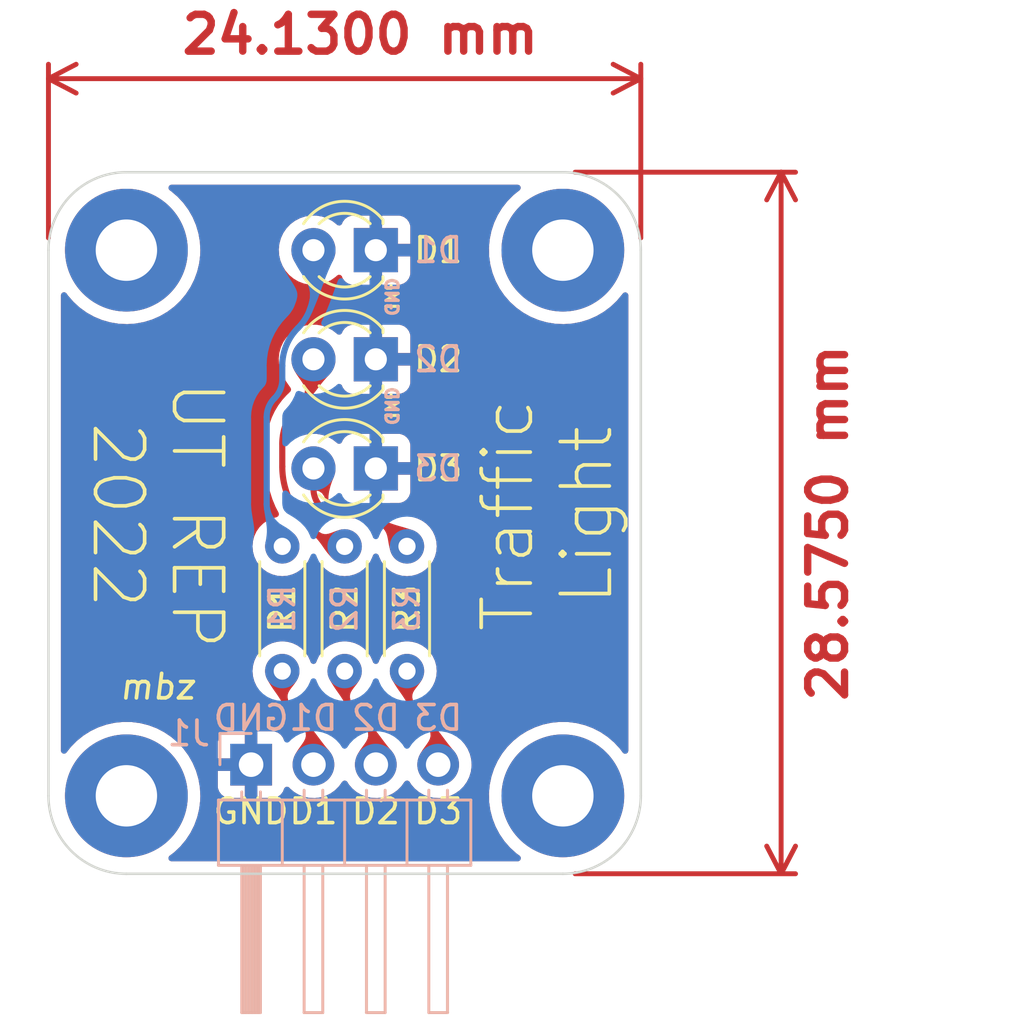
<source format=kicad_pcb>
(kicad_pcb (version 20211014) (generator pcbnew)
  (layers (0 "F.Cu" signal) (31 "B.Cu" signal) (34 "B.Paste" user) (35 "F.Paste" user) (36 "B.SilkS" user "B.Silkscreen") (37 "F.SilkS" user "F.Silkscreen") (38 "B.Mask" user) (39 "F.Mask" user) (44 "Edge.Cuts" user))
  (net 0 "")
  (net 1 "Net-(D1-Pad1)")
  (net 2 "Net-(D1-Pad2)")
  (net 3 "Net-(D2-Pad2)")
  (net 4 "Net-(D3-Pad2)")
  (net 5 "Net-(J1-Pad2)")
  (net 6 "Net-(J1-Pad3)")
  (net 7 "Net-(J1-Pad4)")
  (footprint "Resistor_THT:R_Axial_DIN0204_L3.6mm_D1.6mm_P5.08mm_Horizontal" (layer "F.Cu") (at 151.13 104.14 90)
    (fp_text reference "R3" (at 2.54 0 90) (layer "F.SilkS"))
    (fp_text value "R")
    (fp_text user "${REFERENCE}" (at 2.54 0 90) (layer "B.SilkS") (effects (justify mirror)))
    (fp_line (start 0.62 -0.92) (end 4.46 -0.92) (layer "F.SilkS") (width 0.12))
    (fp_line (start 0.62 0.92) (end 4.46 0.92) (layer "F.SilkS") (width 0.12))
    (pad "1" thru_hole circle (at 0 0 90) (size 1.4 1.4) (drill 0.7) (layers *.Cu *.Mask) (net 7 "Net-(J1-Pad4)"))
    (pad "2" thru_hole oval (at 5.08 0 90) (size 1.4 1.4) (drill 0.7) (layers *.Cu *.Mask) (net 4 "Net-(D3-Pad2)"))
  )
  (footprint "MountingHole:MountingHole_2.5mm_Pad" (layer "F.Cu") (at 157.48 86.995)
    (fp_text reference "H4" (at 0 0) (layer "F.SilkS"))
    (fp_text value "MountingHole")
    (pad "1" thru_hole circle (at 0 0) (size 5 5) (drill 2.5) (layers *.Cu *.Mask))
  )
  (footprint "MountingHole:MountingHole_2.5mm_Pad" (layer "F.Cu") (at 139.7 86.995)
    (fp_text reference "H3" (at 0 0) (layer "F.SilkS"))
    (fp_text value "MountingHole")
    (pad "1" thru_hole circle (at 0 0) (size 5 5) (drill 2.5) (layers *.Cu *.Mask))
  )
  (footprint "LED_THT:LED_D3.0mm" (layer "F.Cu") (at 149.86 95.885 180)
    (fp_text reference "D3" (at -2.54 0) (layer "F.SilkS"))
    (fp_text value "LED")
    (fp_text user "${REFERENCE}" (at -2.54 0) (layer "B.SilkS") (effects (justify mirror)))
    (fp_line (start -0.29 1.08) (end -0.29 1.236) (layer "F.SilkS") (width 0.12))
    (fp_line (start -0.29 -1.236) (end -0.29 -1.08) (layer "F.SilkS") (width 0.12))
    (fp_arc (start 2.31113 1.079837) (mid 1.270117 1.5) (end 0.229039 1.08) (layer "F.SilkS") (width 0.12))
    (fp_arc (start -0.29 -1.235516) (mid 1.366487 -1.987659) (end 2.942335 -1.078608) (layer "F.SilkS") (width 0.12))
    (fp_arc (start 0.229039 -1.08) (mid 1.270117 -1.5) (end 2.31113 -1.079837) (layer "F.SilkS") (width 0.12))
    (fp_arc (start 2.942335 1.078608) (mid 1.366487 1.987659) (end -0.29 1.235516) (layer "F.SilkS") (width 0.12))
    (pad "1" thru_hole rect (at 0 0 180) (size 1.8 1.8) (drill 0.9) (layers *.Cu *.Mask) (net 1 "Net-(D1-Pad1)"))
    (pad "2" thru_hole circle (at 2.54 0 180) (size 1.8 1.8) (drill 0.9) (layers *.Cu *.Mask) (net 4 "Net-(D3-Pad2)"))
  )
  (footprint "LED_THT:LED_D3.0mm" (layer "F.Cu") (at 149.86 91.44 180)
    (fp_text reference "D2" (at -2.54 0) (layer "B.SilkS") (effects (justify mirror)))
    (fp_text value "LED")
    (fp_text user "${REFERENCE}" (at -2.54 0) (layer "F.SilkS"))
    (fp_line (start -0.29 -1.236) (end -0.29 -1.08) (layer "F.SilkS") (width 0.12))
    (fp_line (start -0.29 1.08) (end -0.29 1.236) (layer "F.SilkS") (width 0.12))
    (fp_arc (start -0.29 -1.235516) (mid 1.366487 -1.987659) (end 2.942335 -1.078608) (layer "F.SilkS") (width 0.12))
    (fp_arc (start 2.31113 1.079837) (mid 1.270117 1.5) (end 0.229039 1.08) (layer "F.SilkS") (width 0.12))
    (fp_arc (start 0.229039 -1.08) (mid 1.270117 -1.5) (end 2.31113 -1.079837) (layer "F.SilkS") (width 0.12))
    (fp_arc (start 2.942335 1.078608) (mid 1.366487 1.987659) (end -0.29 1.235516) (layer "F.SilkS") (width 0.12))
    (pad "1" thru_hole rect (at 0 0 180) (size 1.8 1.8) (drill 0.9) (layers *.Cu *.Mask) (net 1 "Net-(D1-Pad1)"))
    (pad "2" thru_hole circle (at 2.54 0 180) (size 1.8 1.8) (drill 0.9) (layers *.Cu *.Mask) (net 3 "Net-(D2-Pad2)"))
  )
  (footprint "Resistor_THT:R_Axial_DIN0204_L3.6mm_D1.6mm_P5.08mm_Horizontal" (layer "F.Cu") (at 148.59 104.14 90)
    (fp_text reference "R2" (at 2.54 0 90) (layer "F.SilkS"))
    (fp_text value "R")
    (fp_text user "${REFERENCE}" (at 2.54 0 90) (layer "B.SilkS") (effects (justify mirror)))
    (fp_line (start 0.62 0.92) (end 4.46 0.92) (layer "F.SilkS") (width 0.12))
    (fp_line (start 0.62 -0.92) (end 4.46 -0.92) (layer "F.SilkS") (width 0.12))
    (pad "1" thru_hole circle (at 0 0 90) (size 1.4 1.4) (drill 0.7) (layers *.Cu *.Mask) (net 6 "Net-(J1-Pad3)"))
    (pad "2" thru_hole oval (at 5.08 0 90) (size 1.4 1.4) (drill 0.7) (layers *.Cu *.Mask) (net 3 "Net-(D2-Pad2)"))
  )
  (footprint "MountingHole:MountingHole_2.5mm_Pad" (layer "F.Cu") (at 139.7 109.22)
    (fp_text reference "H2" (at 0 0) (layer "F.SilkS"))
    (fp_text value "MountingHole")
    (pad "1" thru_hole circle (at 0 0) (size 5 5) (drill 2.5) (layers *.Cu *.Mask))
  )
  (footprint "MountingHole:MountingHole_2.5mm_Pad" (layer "F.Cu") (at 157.48 109.22)
    (fp_text reference "H1" (at 0 0) (layer "F.SilkS"))
    (fp_text value "MountingHole")
    (pad "1" thru_hole circle (at 0 0) (size 5 5) (drill 2.5) (layers *.Cu *.Mask))
  )
  (footprint "Resistor_THT:R_Axial_DIN0204_L3.6mm_D1.6mm_P5.08mm_Horizontal" (layer "F.Cu") (at 146.05 104.14 90)
    (fp_text reference "R1" (at 2.54 0 90) (layer "F.SilkS"))
    (fp_text value "R")
    (fp_text user "${REFERENCE}" (at 2.54 0 90) (layer "B.SilkS") (effects (justify mirror)))
    (fp_line (start 0.62 -0.92) (end 4.46 -0.92) (layer "F.SilkS") (width 0.12))
    (fp_line (start 0.62 0.92) (end 4.46 0.92) (layer "F.SilkS") (width 0.12))
    (pad "1" thru_hole circle (at 0 0 90) (size 1.4 1.4) (drill 0.7) (layers *.Cu *.Mask) (net 5 "Net-(J1-Pad2)"))
    (pad "2" thru_hole oval (at 5.08 0 90) (size 1.4 1.4) (drill 0.7) (layers *.Cu *.Mask) (net 2 "Net-(D1-Pad2)"))
  )
  (footprint "LED_THT:LED_D3.0mm" (layer "F.Cu") (at 149.86 86.995 180)
    (fp_text reference "D1" (at -2.54 0) (layer "F.SilkS"))
    (fp_text value "LED")
    (fp_text user "${REFERENCE}" (at -2.54 0) (layer "B.SilkS") (effects (justify mirror)))
    (fp_line (start -0.29 1.08) (end -0.29 1.236) (layer "F.SilkS") (width 0.12))
    (fp_line (start -0.29 -1.236) (end -0.29 -1.08) (layer "F.SilkS") (width 0.12))
    (fp_arc (start 2.31113 1.079837) (mid 1.270117 1.5) (end 0.229039 1.08) (layer "F.SilkS") (width 0.12))
    (fp_arc (start 0.229039 -1.08) (mid 1.270117 -1.5) (end 2.31113 -1.079837) (layer "F.SilkS") (width 0.12))
    (fp_arc (start -0.29 -1.235516) (mid 1.366487 -1.987659) (end 2.942335 -1.078608) (layer "F.SilkS") (width 0.12))
    (fp_arc (start 2.942335 1.078608) (mid 1.366487 1.987659) (end -0.29 1.235516) (layer "F.SilkS") (width 0.12))
    (pad "1" thru_hole rect (at 0 0 180) (size 1.8 1.8) (drill 0.9) (layers *.Cu *.Mask) (net 1 "Net-(D1-Pad1)"))
    (pad "2" thru_hole circle (at 2.54 0 180) (size 1.8 1.8) (drill 0.9) (layers *.Cu *.Mask) (net 2 "Net-(D1-Pad2)"))
  )
  (footprint "Connector_PinHeader_2.54mm:PinHeader_1x04_P2.54mm_Horizontal" (layer "B.Cu") (at 144.78 107.95 -90)
    (fp_text reference "J1" (at -1.27 2.54 180) (layer "B.SilkS") (effects (justify mirror)))
    (fp_text value "Conn_01x04")
    (fp_line (start 1.042929 -4.7) (end 1.44 -4.7) (layer "B.SilkS") (width 0.12))
    (fp_line (start 1.042929 -2.16) (end 1.44 -2.16) (layer "B.SilkS") (width 0.12))
    (fp_line (start 4.1 0.32) (end 10.1 0.32) (layer "B.SilkS") (width 0.12))
    (fp_line (start 4.1 -0.04) (end 10.1 -0.04) (layer "B.SilkS") (width 0.12))
    (fp_line (start 4.1 0.08) (end 10.1 0.08) (layer "B.SilkS") (width 0.12))
    (fp_line (start 4.1 -0.28) (end 10.1 -0.28) (layer "B.SilkS") (width 0.12))
    (fp_line (start 10.1 -5.46) (end 4.1 -5.46) (layer "B.SilkS") (width 0.12))
    (fp_line (start 4.1 -7.24) (end 10.1 -7.24) (layer "B.SilkS") (width 0.12))
    (fp_line (start 4.1 -4.7) (end 10.1 -4.7) (layer "B.SilkS") (width 0.12))
    (fp_line (start 4.1 1.33) (end 1.44 1.33) (layer "B.SilkS") (width 0.12))
    (fp_line (start 1.44 -3.81) (end 4.1 -3.81) (layer "B.SilkS") (width 0.12))
    (fp_line (start 10.1 -0.38) (end 4.1 -0.38) (layer "B.SilkS") (width 0.12))
    (fp_line (start 1.11 0.38) (end 1.44 0.38) (layer "B.SilkS") (width 0.12))
    (fp_line (start 1.44 1.33) (end 1.44 -8.95) (layer "B.SilkS") (width 0.12))
    (fp_line (start 1.11 -0.38) (end 1.44 -0.38) (layer "B.SilkS") (width 0.12))
    (fp_line (start 10.1 -2.16) (end 10.1 -2.92) (layer "B.SilkS") (width 0.12))
    (fp_line (start 4.1 -0.16) (end 10.1 -0.16) (layer "B.SilkS") (width 0.12))
    (fp_line (start -1.27 0) (end -1.27 1.27) (layer "B.SilkS") (width 0.12))
    (fp_line (start 4.1 -8.95) (end 4.1 1.33) (layer "B.SilkS") (width 0.12))
    (fp_line (start 4.1 -2.16) (end 10.1 -2.16) (layer "B.SilkS") (width 0.12))
    (fp_line (start 1.042929 -2.92) (end 1.44 -2.92) (layer "B.SilkS") (width 0.12))
    (fp_line (start 1.44 -6.35) (end 4.1 -6.35) (layer "B.SilkS") (width 0.12))
    (fp_line (start 1.042929 -7.24) (end 1.44 -7.24) (layer "B.SilkS") (width 0.12))
    (fp_line (start 1.44 -1.27) (end 4.1 -1.27) (layer "B.SilkS") (width 0.12))
    (fp_line (start -1.27 1.27) (end 0 1.27) (layer "B.SilkS") (width 0.12))
    (fp_line (start 4.1 0.2) (end 10.1 0.2) (layer "B.SilkS") (width 0.12))
    (fp_line (start 10.1 0.38) (end 10.1 -0.38) (layer "B.SilkS") (width 0.12))
    (fp_line (start 1.042929 -5.46) (end 1.44 -5.46) (layer "B.SilkS") (width 0.12))
    (fp_line (start 1.042929 -8) (end 1.44 -8) (layer "B.SilkS") (width 0.12))
    (fp_line (start 10.1 -7.24) (end 10.1 -8) (layer "B.SilkS") (width 0.12))
    (fp_line (start 10.1 -2.92) (end 4.1 -2.92) (layer "B.SilkS") (width 0.12))
    (fp_line (start 4.1 0.38) (end 10.1 0.38) (layer "B.SilkS") (width 0.12))
    (fp_line (start 10.1 -4.7) (end 10.1 -5.46) (layer "B.SilkS") (width 0.12))
    (fp_line (start 10.1 -8) (end 4.1 -8) (layer "B.SilkS") (width 0.12))
    (fp_line (start 1.44 -8.95) (end 4.1 -8.95) (layer "B.SilkS") (width 0.12))
    (pad "1" thru_hole rect (at 0 0 270) (size 1.7 1.7) (drill 1) (layers *.Cu *.Mask) (net 1 "Net-(D1-Pad1)"))
    (pad "2" thru_hole oval (at 0 -2.54 270) (size 1.7 1.7) (drill 1) (layers *.Cu *.Mask) (net 5 "Net-(J1-Pad2)"))
    (pad "3" thru_hole oval (at 0 -5.08 270) (size 1.7 1.7) (drill 1) (layers *.Cu *.Mask) (net 6 "Net-(J1-Pad3)"))
    (pad "4" thru_hole oval (at 0 -7.62 270) (size 1.7 1.7) (drill 1) (layers *.Cu *.Mask) (net 7 "Net-(J1-Pad4)"))
  )
  (gr_arc (start 139.7 112.395) (mid 137.454936 111.465064) (end 136.525 109.22) (layer "Edge.Cuts") (width 0.1))
  (gr_arc (start 160.655 109.22) (mid 159.725064 111.465064) (end 157.48 112.395) (layer "Edge.Cuts") (width 0.1))
  (gr_arc (start 136.525 86.995) (mid 137.454936 84.749936) (end 139.7 83.82) (layer "Edge.Cuts") (width 0.1))
  (gr_arc (start 157.48 83.82) (mid 159.725064 84.749936) (end 160.655 86.995) (layer "Edge.Cuts") (width 0.1))
  (gr_line (start 157.48 112.395) (end 139.7 112.395) (layer "Edge.Cuts") (width 0.1))
  (gr_line (start 139.7 83.82) (end 157.48 83.82) (layer "Edge.Cuts") (width 0.1))
  (gr_line (start 160.655 109.22) (end 160.655 86.995) (layer "Edge.Cuts") (width 0.1))
  (gr_line (start 136.525 86.995) (end 136.525 109.22) (layer "Edge.Cuts") (width 0.1))
  (gr_text "D2" (at 149.86 106.045) (layer "B.SilkS") (effects (font (size 1 1)) (justify mirror)))
  (gr_text "GND" (at 144.78 106.045) (layer "B.SilkS") (effects (font (size 1 1)) (justify mirror)))
  (gr_text "GND" (at 150.495 93.345 270) (layer "B.SilkS") (effects (font (size 0.5 0.5) (thickness 0.125)) (justify mirror)))
  (gr_text "GND" (at 150.495 88.9 270) (layer "B.SilkS") (effects (font (size 0.5 0.5) (thickness 0.125)) (justify mirror)))
  (gr_text "D3" (at 152.4 106.045) (layer "B.SilkS") (effects (font (size 1 1)) (justify mirror)))
  (gr_text "D1" (at 147.32 106.045) (layer "B.SilkS") (effects (font (size 1 1)) (justify mirror)))
  (gr_text "GND" (at 144.78 109.855) (layer "F.SilkS") (effects (font (size 1 1))))
  (gr_text "D3" (at 152.4 109.855) (layer "F.SilkS") (effects (font (size 1 1))))
  (gr_text "GND" (at 150.495 93.345 270) (layer "F.SilkS") (effects (font (size 0.5 0.5) (thickness 0.125))))
  (gr_text "GND" (at 150.495 88.9 270) (layer "F.SilkS") (effects (font (size 0.5 0.5) (thickness 0.125))))
  (gr_text "D1" (at 147.32 109.855) (layer "F.SilkS") (effects (font (size 1 1))))
  (gr_text "UT REP\n2022" (at 140.97 97.79 270) (layer "F.SilkS") (effects (font (size 2 2))))
  (gr_text "mbz" (at 140.97 104.775) (layer "F.SilkS") (effects (font (size 1 1) (thickness 0.15) italic)))
  (gr_text "Traffic\nLight" (at 156.845 97.79 90) (layer "F.SilkS") (effects (font (size 2 2))))
  (gr_text "D2" (at 149.86 109.855) (layer "F.SilkS") (effects (font (size 1 1))))
  (dimension (type aligned) (layer "F.Cu") (pts (xy 160.655 86.995) (xy 136.525 86.995)) (height 6.984999) (gr_text "24.1300 mm" (at 149.225 78.210001) (layer "F.Cu") (effects (font (size 1.5 1.5) (thickness 0.3)))) (format (units 3) (units_format 1) (precision 4)) (style (thickness 0.2) (arrow_length 1.27) (text_position_mode 2) (extension_height 0.58642) (extension_offset 0.5) keep_text_aligned))
  (dimension (type aligned) (layer "F.Cu") (pts (xy 157.48 112.395) (xy 157.48 83.82)) (height 8.89) (gr_text "28.5750 mm" (at 168.275 98.1075 90) (layer "F.Cu") (effects (font (size 1.5 1.5) (thickness 0.3)))) (format (units 3) (units_format 1) (precision 4)) (style (thickness 0.2) (arrow_length 1.27) (text_position_mode 2) (extension_height 0.58642) (extension_offset 0.5) keep_text_aligned))
  (segment (start 145.415 97.340987) (end 145.415 93.794012) (width 0.25) (layer "B.Cu") (net 2))
  (segment (start 146.05 92.260987) (end 146.05 91.703025) (width 0.25) (layer "B.Cu") (net 2))
  (segment (start 146.05 98.7425) (end 146.05 99.06) (width 0.25) (layer "B.Cu") (net 2))
  (segment (start 147.32 88.636974) (end 147.32 86.995) (width 0.25) (layer "B.Cu") (net 2))
  (segment (start 145.7325 98.1075) (end 145.825493 98.200493) (width 0.25) (layer "B.Cu") (net 2))
  (arc (start 146.685 90.17) (mid 146.215031 90.873357) (end 146.05 91.703025) (width 0.25) (layer "B.Cu") (net 2))
  (arc (start 147.32 88.636974) (mid 147.154968 89.466641) (end 146.685 90.17) (width 0.25) (layer "B.Cu") (net 2))
  (arc (start 145.825493 98.200493) (mid 145.991652 98.449168) (end 146.05 98.7425) (width 0.25) (layer "B.Cu") (net 2))
  (arc (start 145.415 97.340987) (mid 145.497515 97.75582) (end 145.7325 98.1075) (width 0.25) (layer "B.Cu") (net 2))
  (arc (start 145.7325 93.0275) (mid 145.497515 93.379178) (end 145.415 93.794012) (width 0.25) (layer "B.Cu") (net 2))
  (arc (start 146.05 92.260987) (mid 145.967484 92.67582) (end 145.7325 93.0275) (width 0.25) (layer "B.Cu") (net 2))
  (segment (start 148.2725 99.06) (end 148.59 99.06) (width 0.25) (layer "F.Cu") (net 3))
  (segment (start 146.870987 93.159012) (end 146.685 93.345) (width 0.25) (layer "F.Cu") (net 3))
  (segment (start 147.0025 98.1075) (end 147.730493 98.835493) (width 0.25) (layer "F.Cu") (net 3))
  (segment (start 146.05 95.807961) (end 146.05 94.878025) (width 0.25) (layer "F.Cu") (net 3))
  (segment (start 147.32 92.075) (end 147.32 91.44) (width 0.25) (layer "F.Cu") (net 3))
  (arc (start 147.730493 98.835493) (mid 147.979168 99.001652) (end 148.2725 99.06) (width 0.25) (layer "F.Cu") (net 3))
  (arc (start 146.05 95.807961) (mid 146.297546 97.052462) (end 147.0025 98.1075) (width 0.25) (layer "F.Cu") (net 3))
  (arc (start 146.685 93.345) (mid 146.215031 94.048357) (end 146.05 94.878025) (width 0.25) (layer "F.Cu") (net 3))
  (arc (start 147.32 92.075) (mid 147.203305 92.661663) (end 146.870987 93.159012) (width 0.25) (layer "F.Cu") (net 3))
  (segment (start 150.495 98.425) (end 151.13 99.06) (width 0.25) (layer "F.Cu") (net 4))
  (segment (start 148.404012 97.79) (end 148.961974 97.79) (width 0.25) (layer "F.Cu") (net 4))
  (segment (start 147.32 96.705987) (end 147.32 95.885) (width 0.25) (layer "F.Cu") (net 4))
  (arc (start 147.6375 97.4725) (mid 147.989178 97.707484) (end 148.404012 97.79) (width 0.25) (layer "F.Cu") (net 4))
  (arc (start 147.32 96.705987) (mid 147.402515 97.12082) (end 147.6375 97.4725) (width 0.25) (layer "F.Cu") (net 4))
  (arc (start 150.495 98.425) (mid 149.791641 97.955031) (end 148.961974 97.79) (width 0.25) (layer "F.Cu") (net 4))
  (segment (start 146.870987 106.230987) (end 146.499012 105.859012) (width 0.25) (layer "F.Cu") (net 5))
  (segment (start 147.32 107.315) (end 147.32 107.95) (width 0.25) (layer "F.Cu") (net 5))
  (segment (start 146.05 104.775) (end 146.05 104.14) (width 0.25) (layer "F.Cu") (net 5))
  (arc (start 146.870987 106.230987) (mid 147.203305 106.728336) (end 147.32 107.315) (width 0.25) (layer "F.Cu") (net 5))
  (arc (start 146.05 104.775) (mid 146.166694 105.361663) (end 146.499012 105.859012) (width 0.25) (layer "F.Cu") (net 5))
  (segment (start 149.86 107.315) (end 149.86 107.95) (width 0.25) (layer "F.Cu") (net 6))
  (segment (start 149.410987 106.230987) (end 149.039012 105.859012) (width 0.25) (layer "F.Cu") (net 6))
  (segment (start 148.59 104.775) (end 148.59 104.14) (width 0.25) (layer "F.Cu") (net 6))
  (arc (start 149.410987 106.230987) (mid 149.743305 106.728336) (end 149.86 107.315) (width 0.25) (layer "F.Cu") (net 6))
  (arc (start 148.59 104.775) (mid 148.706694 105.361663) (end 149.039012 105.859012) (width 0.25) (layer "F.Cu") (net 6))
  (segment (start 151.950987 106.230987) (end 151.579012 105.859012) (width 0.25) (layer "F.Cu") (net 7))
  (segment (start 151.13 104.775) (end 151.13 104.14) (width 0.25) (layer "F.Cu") (net 7))
  (segment (start 152.4 107.315) (end 152.4 107.95) (width 0.25) (layer "F.Cu") (net 7))
  (arc (start 151.13 104.775) (mid 151.246694 105.361663) (end 151.579012 105.859012) (width 0.25) (layer "F.Cu") (net 7))
  (arc (start 151.950987 106.230987) (mid 152.283305 106.728336) (end 152.4 107.315) (width 0.25) (layer "F.Cu") (net 7))
  (zone (net 6) (net_name "Net-(J1-Pad3)") (layer "F.Cu") (priority 16962) (connect_pads yes (clearance 0)) (min_thickness 0.0254) (fill yes (thermal_gap 0.508) (thermal_bridge_width 0.508))
    (polygon (pts (xy 148.888907 105.45285) (xy 148.830101 105.321215) (xy 148.80569 105.206697) (xy 148.810491 105.10533) (xy 148.839321 105.013148) (xy 148.886998 104.926184) (xy 148.94834 104.840474) (xy 149.018165 104.752052) (xy 149.09129 104.656952) (xy 149.162533 104.551207) (xy 149.226712 104.430854) (xy 148.582117 103.790089) (xy 147.976461 104.476999) (xy 148.054077 104.613657) (xy 148.12389 104.728138) (xy 148.188136 104.826506) (xy 148.249051 104.914822) (xy 148.30887 104.999152) (xy 148.369829 105.085557) (xy 148.434165 105.180102) (xy 148.504112 105.288849) (xy 148.581907 105.417863) (xy 148.669787 105.573206)))
  )
  (zone (net 7) (net_name "Net-(J1-Pad4)") (layer "F.Cu") (priority 16962) (connect_pads yes (clearance 0)) (min_thickness 0.0254) (fill yes (thermal_gap 0.508) (thermal_bridge_width 0.508))
    (polygon (pts (xy 151.939813 106.403102) (xy 152.03666 106.541699) (xy 152.084224 106.667884) (xy 152.090166 106.785042) (xy 152.062149 106.896555) (xy 152.007831 107.005808) (xy 151.934876 107.116183) (xy 151.850943 107.231065) (xy 151.763694 107.353836) (xy 151.68079 107.487881) (xy 151.609893 107.636583) (xy 152.431161 108.373856) (xy 153.047646 107.399497) (xy 152.932241 107.261513) (xy 152.835982 107.142258) (xy 152.753662 107.036554) (xy 152.680072 106.939224) (xy 152.610007 106.845092) (xy 152.53826 106.748979) (xy 152.459622 106.64571) (xy 152.368887 106.530106) (xy 152.260847 106.396992) (xy 152.130297 106.24119)))
  )
  (zone (net 7) (net_name "Net-(J1-Pad4)") (layer "F.Cu") (priority 16962) (connect_pads yes (clearance 0)) (min_thickness 0.0254) (fill yes (thermal_gap 0.508) (thermal_bridge_width 0.508))
    (polygon (pts (xy 151.428907 105.45285) (xy 151.370101 105.321215) (xy 151.34569 105.206697) (xy 151.350491 105.10533) (xy 151.379321 105.013148) (xy 151.426998 104.926184) (xy 151.48834 104.840474) (xy 151.558165 104.752052) (xy 151.63129 104.656952) (xy 151.702533 104.551207) (xy 151.766712 104.430854) (xy 151.122117 103.790089) (xy 150.516461 104.476999) (xy 150.594077 104.613657) (xy 150.66389 104.728138) (xy 150.728136 104.826506) (xy 150.789051 104.914822) (xy 150.84887 104.999152) (xy 150.909829 105.085557) (xy 150.974165 105.180102) (xy 151.044112 105.288849) (xy 151.121907 105.417863) (xy 151.209787 105.573206)))
  )
  (zone (net 3) (net_name "Net-(D2-Pad2)") (layer "F.Cu") (priority 16962) (connect_pads yes (clearance 0)) (min_thickness 0.0254) (fill yes (thermal_gap 0.508) (thermal_bridge_width 0.508))
    (polygon (pts (xy 147.282909 98.564686) (xy 147.40494 98.691706) (xy 147.503066 98.803373) (xy 147.582849 98.903111) (xy 147.649852 98.994345) (xy 147.709638 99.080501) (xy 147.767771 99.165003) (xy 147.829813 99.251276) (xy 147.901327 99.342745) (xy 147.987877 99.442836) (xy 148.095026 99.554974) (xy 148.928429 99.149248) (xy 148.455612 98.373022) (xy 148.332925 98.403352) (xy 148.221008 98.440621) (xy 148.117747 98.479825) (xy 148.021028 98.515957) (xy 147.928736 98.544011) (xy 147.838756 98.558982) (xy 147.748976 98.555863) (xy 147.65728 98.529648) (xy 147.561555 98.475332) (xy 147.459686 98.387909)))
  )
  (zone (net 6) (net_name "Net-(J1-Pad3)") (layer "F.Cu") (priority 16962) (connect_pads yes (clearance 0)) (min_thickness 0.0254) (fill yes (thermal_gap 0.508) (thermal_bridge_width 0.508))
    (polygon (pts (xy 149.399813 106.403102) (xy 149.49666 106.541699) (xy 149.544224 106.667884) (xy 149.550166 106.785042) (xy 149.522149 106.896555) (xy 149.467831 107.005808) (xy 149.394876 107.116183) (xy 149.310943 107.231065) (xy 149.223694 107.353836) (xy 149.14079 107.487881) (xy 149.069893 107.636583) (xy 149.891161 108.373856) (xy 150.507646 107.399497) (xy 150.392241 107.261513) (xy 150.295982 107.142258) (xy 150.213662 107.036554) (xy 150.140072 106.939224) (xy 150.070007 106.845092) (xy 149.99826 106.748979) (xy 149.919622 106.64571) (xy 149.828887 106.530106) (xy 149.720847 106.396992) (xy 149.590297 106.24119)))
  )
  (zone (net 5) (net_name "Net-(J1-Pad2)") (layer "F.Cu") (priority 16962) (connect_pads yes (clearance 0)) (min_thickness 0.0254) (fill yes (thermal_gap 0.508) (thermal_bridge_width 0.508))
    (polygon (pts (xy 146.859813 106.403102) (xy 146.95666 106.541699) (xy 147.004224 106.667884) (xy 147.010166 106.785042) (xy 146.982149 106.896555) (xy 146.927831 107.005808) (xy 146.854876 107.116183) (xy 146.770943 107.231065) (xy 146.683694 107.353836) (xy 146.60079 107.487881) (xy 146.529893 107.636583) (xy 147.351161 108.373856) (xy 147.967646 107.399497) (xy 147.852241 107.261513) (xy 147.755982 107.142258) (xy 147.673662 107.036554) (xy 147.600072 106.939224) (xy 147.530007 106.845092) (xy 147.45826 106.748979) (xy 147.379622 106.64571) (xy 147.288887 106.530106) (xy 147.180847 106.396992) (xy 147.050297 106.24119)))
  )
  (zone (net 3) (net_name "Net-(D2-Pad2)") (layer "F.Cu") (priority 16962) (connect_pads yes (clearance 0)) (min_thickness 0.0254) (fill yes (thermal_gap 0.508) (thermal_bridge_width 0.508))
    (polygon (pts (xy 146.977604 93.228872) (xy 147.121656 93.076248) (xy 147.239285 92.944053) (xy 147.336636 92.827659) (xy 147.41985 92.722434) (xy 147.495071 92.623748) (xy 147.568442 92.52697) (xy 147.646106 92.427472) (xy 147.734206 92.320622) (xy 147.838885 92.201791) (xy 147.966287 92.066348) (xy 147.36021 90.991801) (xy 146.478186 91.758351) (xy 146.550417 91.915847) (xy 146.636227 92.059133) (xy 146.72717 92.191219) (xy 146.814801 92.315111) (xy 146.890674 92.433819) (xy 146.946344 92.550351) (xy 146.973365 92.667716) (xy 146.963291 92.788921) (xy 146.907678 92.916975) (xy 146.79808 93.054888)))
  )
  (zone (net 5) (net_name "Net-(J1-Pad2)") (layer "F.Cu") (priority 16962) (connect_pads yes (clearance 0)) (min_thickness 0.0254) (fill yes (thermal_gap 0.508) (thermal_bridge_width 0.508))
    (polygon (pts (xy 146.348907 105.45285) (xy 146.290101 105.321215) (xy 146.26569 105.206697) (xy 146.270491 105.10533) (xy 146.299321 105.013148) (xy 146.346998 104.926184) (xy 146.40834 104.840474) (xy 146.478165 104.752052) (xy 146.55129 104.656952) (xy 146.622533 104.551207) (xy 146.686712 104.430854) (xy 146.042117 103.790089) (xy 145.436461 104.476999) (xy 145.514077 104.613657) (xy 145.58389 104.728138) (xy 145.648136 104.826506) (xy 145.709051 104.914822) (xy 145.76887 104.999152) (xy 145.829829 105.085557) (xy 145.894165 105.180102) (xy 145.964112 105.288849) (xy 146.041907 105.417863) (xy 146.129787 105.573206)))
  )
  (zone (net 1) (net_name "Net-(D1-Pad1)") (layers F&B.Cu) (connect_pads (clearance 0.508)) (min_thickness 0.254) (fill yes (thermal_gap 0.508) (thermal_bridge_width 0.508))
    (polygon (pts (xy 160.655 86.995) (xy 160.5 109.5) (xy 157.5 112) (xy 139.5 112) (xy 137 108.5) (xy 137 87.5) (xy 136.525 86.995) (xy 139.5 84) (xy 157.48 83.82)))
  )
  (zone (net 4) (net_name "Net-(D3-Pad2)") (layer "F.Cu") (priority 16962) (connect_pads yes (clearance 0)) (min_thickness 0.0254) (fill yes (thermal_gap 0.508) (thermal_bridge_width 0.508))
    (polygon (pts (xy 149.873588 98.129663) (xy 150.02695 98.218227) (xy 150.141482 98.310088) (xy 150.223922 98.406297) (xy 150.281014 98.507904) (xy 150.319499 98.615959) (xy 150.346118 98.731513) (xy 150.367613 98.855615) (xy 150.390726 98.989317) (xy 150.422197 99.133669) (xy 150.468769 99.289722) (xy 151.377487 99.307487) (xy 151.359722 98.398769) (xy 151.191683 98.342628) (xy 151.046892 98.29798) (xy 150.91918 98.261085) (xy 150.802376 98.228206) (xy 150.690312 98.195605) (xy 150.576817 98.159543) (xy 150.455722 98.116282) (xy 150.320857 98.062086) (xy 150.166052 97.993214) (xy 149.985138 97.905931)))
  )
  (zone (net 4) (net_name "Net-(D3-Pad2)") (layer "F.Cu") (priority 16962) (connect_pads yes (clearance 0)) (min_thickness 0.0254) (fill yes (thermal_gap 0.508) (thermal_bridge_width 0.508))
    (polygon (pts (xy 148.44701 97.664029) (xy 148.255482 97.648065) (xy 148.112646 97.58534) (xy 148.013686 97.482888) (xy 147.953789 97.347747) (xy 147.92814 97.186953) (xy 147.931923 97.007543) (xy 147.960325 96.816552) (xy 148.008531 96.621018) (xy 148.071726 96.427977) (xy 148.145096 96.244465) (xy 147.301934 95.435363) (xy 147.360364 96.784094) (xy 147.538857 96.809091) (xy 147.666063 96.892982) (xy 147.755489 97.021012) (xy 147.820641 97.178427) (xy 147.875027 97.350473) (xy 147.932154 97.522396) (xy 148.00553 97.679442) (xy 148.108662 97.806857) (xy 148.255056 97.889886) (xy 148.458222 97.913777)))
  )
  (zone (net 2) (net_name "Net-(D1-Pad2)") (layer "B.Cu") (priority 16962) (connect_pads yes (clearance 0)) (min_thickness 0.0254) (fill yes (thermal_gap 0.508) (thermal_bridge_width 0.508))
    (polygon (pts (xy 145.301768 97.509278) (xy 145.330684 97.703008) (xy 145.357497 97.867465) (xy 145.381096 98.009286) (xy 145.400371 98.135105) (xy 145.414211 98.25156) (xy 145.421505 98.365285) (xy 145.421144 98.482916) (xy 145.412017 98.611091) (xy 145.393013 98.756444) (xy 145.363022 98.925612) (xy 146.139248 99.398429) (xy 146.581367 98.604316) (xy 146.449047 98.469185) (xy 146.316282 98.363674) (xy 146.185665 98.278521) (xy 146.059788 98.204463) (xy 145.941246 98.13224) (xy 145.832633 98.05259) (xy 145.736541 97.956251) (xy 145.655565 97.833961) (xy 145.592298 97.676458) (xy 145.549334 97.474482)))
  )
  (zone (net 2) (net_name "Net-(D1-Pad2)") (layer "B.Cu") (priority 16962) (connect_pads yes (clearance 0)) (min_thickness 0.0254) (fill yes (thermal_gap 0.508) (thermal_bridge_width 0.508))
    (polygon (pts (xy 147.250252 89.56176) (xy 147.377624 89.26527) (xy 147.48 89.013061) (xy 147.56347 88.795114) (xy 147.634125 88.601411) (xy 147.698054 88.421934) (xy 147.76135 88.246665) (xy 147.830101 88.065585) (xy 147.9104 87.868676) (xy 148.008336 87.645921) (xy 148.13 87.3873) (xy 147.32 86.545) (xy 146.51 87.3873) (xy 146.635926 87.625404) (xy 146.762527 87.835352) (xy 146.883318 88.025141) (xy 146.991814 88.202767) (xy 147.081532 88.376228) (xy 147.145986 88.553521) (xy 147.178693 88.742641) (xy 147.173168 88.951585) (xy 147.122927 89.188351) (xy 147.021486 89.460936)))
  )
)
</source>
